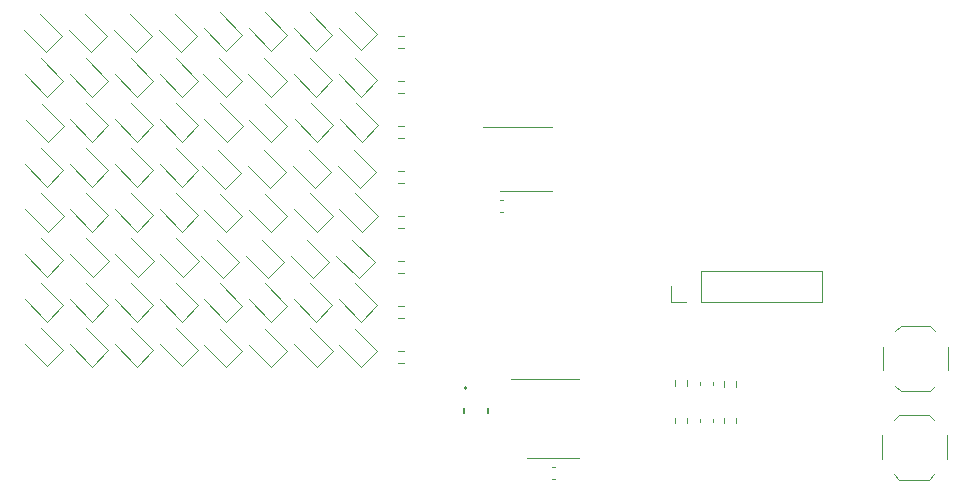
<source format=gbr>
%TF.GenerationSoftware,KiCad,Pcbnew,7.0.7*%
%TF.CreationDate,2025-03-26T12:31:57-04:00*%
%TF.ProjectId,stm_business_card2,73746d5f-6275-4736-996e-6573735f6361,rev?*%
%TF.SameCoordinates,Original*%
%TF.FileFunction,Legend,Top*%
%TF.FilePolarity,Positive*%
%FSLAX46Y46*%
G04 Gerber Fmt 4.6, Leading zero omitted, Abs format (unit mm)*
G04 Created by KiCad (PCBNEW 7.0.7) date 2025-03-26 12:31:57*
%MOMM*%
%LPD*%
G01*
G04 APERTURE LIST*
%ADD10C,0.120000*%
%ADD11C,0.127000*%
%ADD12C,0.200000*%
G04 APERTURE END LIST*
D10*
%TO.C,D20*%
X48518652Y-41494297D02*
X49876297Y-40136652D01*
X49876297Y-40136652D02*
X47977716Y-38238071D01*
X46620071Y-39595716D02*
X48518652Y-41494297D01*
%TO.C,D28*%
X44708652Y-41494297D02*
X46066297Y-40136652D01*
X46066297Y-40136652D02*
X44167716Y-38238071D01*
X42810071Y-39595716D02*
X44708652Y-41494297D01*
%TO.C,D60*%
X29567739Y-30036384D02*
X30925384Y-28678739D01*
X30925384Y-28678739D02*
X29026803Y-26780158D01*
X27669158Y-28137803D02*
X29567739Y-30036384D01*
%TO.C,D61*%
X40898652Y-26254297D02*
X42256297Y-24896652D01*
X42256297Y-24896652D02*
X40357716Y-22998071D01*
X39000071Y-24355716D02*
X40898652Y-26254297D01*
%TO.C,D58*%
X37187739Y-30036384D02*
X38545384Y-28678739D01*
X38545384Y-28678739D02*
X36646803Y-26780158D01*
X35289158Y-28137803D02*
X37187739Y-30036384D01*
%TO.C,D46*%
X37187740Y-41438471D02*
X38545385Y-40080826D01*
X38545385Y-40080826D02*
X36646804Y-38182245D01*
X35289159Y-39539890D02*
X37187740Y-41438471D01*
%TO.C,D64*%
X29468652Y-26254297D02*
X30826297Y-24896652D01*
X30826297Y-24896652D02*
X28927716Y-22998071D01*
X27570071Y-24355716D02*
X29468652Y-26254297D01*
%TO.C,D41*%
X41025653Y-45276384D02*
X42383298Y-43918739D01*
X42383298Y-43918739D02*
X40484717Y-42020158D01*
X39127072Y-43377803D02*
X41025653Y-45276384D01*
%TO.C,D25*%
X44708651Y-52924297D02*
X46066296Y-51566652D01*
X46066296Y-51566652D02*
X44167715Y-49668071D01*
X42810070Y-51025716D02*
X44708651Y-52924297D01*
%TO.C,D35*%
X33377739Y-52868471D02*
X34735384Y-51510826D01*
X34735384Y-51510826D02*
X32836803Y-49612245D01*
X31479158Y-50969890D02*
X33377739Y-52868471D01*
%TO.C,D16*%
X52300738Y-26127297D02*
X53658383Y-24769652D01*
X53658383Y-24769652D02*
X51759802Y-22871071D01*
X50402157Y-24228716D02*
X52300738Y-26127297D01*
%TO.C,D14*%
X52384478Y-33818471D02*
X53742123Y-32460826D01*
X53742123Y-32460826D02*
X51843542Y-30562245D01*
X50485897Y-31919890D02*
X52384478Y-33818471D01*
%TO.C,D1*%
X56138652Y-52924297D02*
X57496297Y-51566652D01*
X57496297Y-51566652D02*
X55597716Y-49668071D01*
X54240071Y-51025716D02*
X56138652Y-52924297D01*
D11*
%TO.C,Y1*%
X66836800Y-56370200D02*
X66836800Y-56812200D01*
X64836800Y-56370200D02*
X64836800Y-56812200D01*
D12*
X65086800Y-54691200D02*
G75*
G03*
X65086800Y-54691200I-100000J0D01*
G01*
D10*
%TO.C,D3*%
X55912565Y-45375471D02*
X57270210Y-44017826D01*
X57270210Y-44017826D02*
X55371629Y-42119245D01*
X54013984Y-43476890D02*
X55912565Y-45375471D01*
%TO.C,D21*%
X48419565Y-37783384D02*
X49777210Y-36425739D01*
X49777210Y-36425739D02*
X47878629Y-34527158D01*
X46520984Y-35884803D02*
X48419565Y-37783384D01*
%TO.C,D52*%
X29567740Y-37628471D02*
X30925385Y-36270826D01*
X30925385Y-36270826D02*
X29026804Y-34372245D01*
X27669159Y-35729890D02*
X29567740Y-37628471D01*
%TO.C,D34*%
X37187739Y-52868471D02*
X38545384Y-51510826D01*
X38545384Y-51510826D02*
X36646803Y-49612245D01*
X35289158Y-50969890D02*
X37187739Y-52868471D01*
%TO.C,D37*%
X40997740Y-49058471D02*
X42355385Y-47700826D01*
X42355385Y-47700826D02*
X40456804Y-45802245D01*
X39099159Y-47159890D02*
X40997740Y-49058471D01*
%TO.C,D18*%
X48490739Y-49086384D02*
X49848384Y-47728739D01*
X49848384Y-47728739D02*
X47949803Y-45830158D01*
X46592158Y-47187803D02*
X48490739Y-49086384D01*
%TO.C,D39*%
X33377740Y-49058471D02*
X34735385Y-47700826D01*
X34735385Y-47700826D02*
X32836804Y-45802245D01*
X31479159Y-47159890D02*
X33377740Y-49058471D01*
%TO.C,D10*%
X52328652Y-49058471D02*
X53686297Y-47700826D01*
X53686297Y-47700826D02*
X51787716Y-45802245D01*
X50430071Y-47159890D02*
X52328652Y-49058471D01*
%TO.C,D29*%
X44581652Y-37811297D02*
X45939297Y-36453652D01*
X45939297Y-36453652D02*
X44040716Y-34555071D01*
X42683071Y-35912716D02*
X44581652Y-37811297D01*
%TO.C,SW2*%
X100196200Y-58690000D02*
X100196200Y-60690000D01*
X101246200Y-57390000D02*
X101696200Y-56940000D01*
X101246200Y-61990000D02*
X101696200Y-62440000D01*
X101696200Y-56940000D02*
X104196200Y-56940000D01*
X101696200Y-62440000D02*
X104196200Y-62440000D01*
X104646200Y-57390000D02*
X104196200Y-56940000D01*
X104646200Y-61990000D02*
X104196200Y-62440000D01*
X105696200Y-58690000D02*
X105696200Y-60690000D01*
%TO.C,D32*%
X44680738Y-26127297D02*
X46038383Y-24769652D01*
X46038383Y-24769652D02*
X44139802Y-22871071D01*
X42782157Y-24228716D02*
X44680738Y-26127297D01*
%TO.C,R4*%
X59262742Y-43927500D02*
X59737258Y-43927500D01*
X59262742Y-44972500D02*
X59737258Y-44972500D01*
%TO.C,J2*%
X82337600Y-47405600D02*
X82337600Y-46075600D01*
X83667600Y-47405600D02*
X82337600Y-47405600D01*
X84937600Y-47405600D02*
X95157600Y-47405600D01*
X84937600Y-47405600D02*
X84937600Y-44745600D01*
X95157600Y-47405600D02*
X95157600Y-44745600D01*
X84937600Y-44745600D02*
X95157600Y-44745600D01*
%TO.C,D19*%
X48264652Y-45403384D02*
X49622297Y-44045739D01*
X49622297Y-44045739D02*
X47723716Y-42147158D01*
X46366071Y-43504803D02*
X48264652Y-45403384D01*
%TO.C,D50*%
X37187740Y-37628471D02*
X38545385Y-36270826D01*
X38545385Y-36270826D02*
X36646804Y-34372245D01*
X35289159Y-35729890D02*
X37187740Y-37628471D01*
%TO.C,D59*%
X33377739Y-30036384D02*
X34735384Y-28678739D01*
X34735384Y-28678739D02*
X32836803Y-26780158D01*
X31479158Y-28137803D02*
X33377739Y-30036384D01*
%TO.C,C1*%
X72249420Y-61364400D02*
X72530580Y-61364400D01*
X72249420Y-62384400D02*
X72530580Y-62384400D01*
%TO.C,D17*%
X48518651Y-52924297D02*
X49876296Y-51566652D01*
X49876296Y-51566652D02*
X47977715Y-49668071D01*
X46620070Y-51025716D02*
X48518651Y-52924297D01*
%TO.C,U1*%
X72407700Y-53886800D02*
X68807700Y-53886800D01*
X72407700Y-53886800D02*
X74607700Y-53886800D01*
X72407700Y-60656800D02*
X70207700Y-60656800D01*
X72407700Y-60656800D02*
X74607700Y-60656800D01*
%TO.C,D38*%
X37187740Y-49058471D02*
X38545385Y-47700826D01*
X38545385Y-47700826D02*
X36646804Y-45802245D01*
X35289159Y-47159890D02*
X37187740Y-49058471D01*
%TO.C,R12*%
X87873100Y-54094142D02*
X87873100Y-54568658D01*
X86828100Y-54094142D02*
X86828100Y-54568658D01*
%TO.C,D48*%
X29595653Y-41466384D02*
X30953298Y-40108739D01*
X30953298Y-40108739D02*
X29054717Y-38210158D01*
X27697072Y-39567803D02*
X29595653Y-41466384D01*
%TO.C,R1*%
X86853500Y-57667458D02*
X86853500Y-57192942D01*
X87898500Y-57667458D02*
X87898500Y-57192942D01*
%TO.C,D40*%
X29567740Y-49058471D02*
X30925385Y-47700826D01*
X30925385Y-47700826D02*
X29026804Y-45802245D01*
X27669159Y-47159890D02*
X29567740Y-49058471D01*
%TO.C,D45*%
X40997740Y-41438471D02*
X42355385Y-40080826D01*
X42355385Y-40080826D02*
X40456804Y-38182245D01*
X39099159Y-39539890D02*
X40997740Y-41438471D01*
%TO.C,D57*%
X40997739Y-30036384D02*
X42355384Y-28678739D01*
X42355384Y-28678739D02*
X40456803Y-26780158D01*
X39099158Y-28137803D02*
X40997739Y-30036384D01*
%TO.C,D23*%
X48462825Y-30036384D02*
X49820470Y-28678739D01*
X49820470Y-28678739D02*
X47921889Y-26780158D01*
X46564244Y-28137803D02*
X48462825Y-30036384D01*
%TO.C,D44*%
X29567740Y-45248471D02*
X30925385Y-43890826D01*
X30925385Y-43890826D02*
X29026804Y-41992245D01*
X27669159Y-43349890D02*
X29567740Y-45248471D01*
%TO.C,D30*%
X44736565Y-33846384D02*
X46094210Y-32488739D01*
X46094210Y-32488739D02*
X44195629Y-30590158D01*
X42837984Y-31947803D02*
X44736565Y-33846384D01*
%TO.C,D11*%
X52074652Y-45403384D02*
X53432297Y-44045739D01*
X53432297Y-44045739D02*
X51533716Y-42147158D01*
X50176071Y-43504803D02*
X52074652Y-45403384D01*
%TO.C,D51*%
X33377740Y-37628471D02*
X34735385Y-36270826D01*
X34735385Y-36270826D02*
X32836804Y-34372245D01*
X31479159Y-35729890D02*
X33377740Y-37628471D01*
%TO.C,R7*%
X59262742Y-32497500D02*
X59737258Y-32497500D01*
X59262742Y-33542500D02*
X59737258Y-33542500D01*
%TO.C,R6*%
X59262742Y-36307500D02*
X59737258Y-36307500D01*
X59262742Y-37352500D02*
X59737258Y-37352500D01*
%TO.C,D13*%
X52257478Y-37755471D02*
X53615123Y-36397826D01*
X53615123Y-36397826D02*
X51716542Y-34499245D01*
X50358897Y-35856890D02*
X52257478Y-37755471D01*
%TO.C,D7*%
X56110739Y-30008471D02*
X57468384Y-28650826D01*
X57468384Y-28650826D02*
X55569803Y-26752245D01*
X54212158Y-28109890D02*
X56110739Y-30008471D01*
%TO.C,D22*%
X48518652Y-33874297D02*
X49876297Y-32516652D01*
X49876297Y-32516652D02*
X47977716Y-30618071D01*
X46620071Y-31975716D02*
X48518652Y-33874297D01*
%TO.C,R10*%
X83707500Y-54030142D02*
X83707500Y-54504658D01*
X82662500Y-54030142D02*
X82662500Y-54504658D01*
%TO.C,D42*%
X37215653Y-45276384D02*
X38573298Y-43918739D01*
X38573298Y-43918739D02*
X36674717Y-42020158D01*
X35317072Y-43377803D02*
X37215653Y-45276384D01*
%TO.C,U3*%
X70053200Y-32571000D02*
X66453200Y-32571000D01*
X70053200Y-32571000D02*
X72253200Y-32571000D01*
X70053200Y-38041000D02*
X67853200Y-38041000D01*
X70053200Y-38041000D02*
X72253200Y-38041000D01*
%TO.C,D15*%
X52300738Y-30008471D02*
X53658383Y-28650826D01*
X53658383Y-28650826D02*
X51759802Y-26752245D01*
X50402157Y-28109890D02*
X52300738Y-30008471D01*
%TO.C,D12*%
X52356565Y-41466384D02*
X53714210Y-40108739D01*
X53714210Y-40108739D02*
X51815629Y-38210158D01*
X50457984Y-39567803D02*
X52356565Y-41466384D01*
%TO.C,D2*%
X56138652Y-49058471D02*
X57496297Y-47700826D01*
X57496297Y-47700826D02*
X55597716Y-45802245D01*
X54240071Y-47159890D02*
X56138652Y-49058471D01*
%TO.C,D43*%
X33405653Y-45276384D02*
X34763298Y-43918739D01*
X34763298Y-43918739D02*
X32864717Y-42020158D01*
X31507072Y-43377803D02*
X33405653Y-45276384D01*
%TO.C,D62*%
X37088652Y-26254297D02*
X38446297Y-24896652D01*
X38446297Y-24896652D02*
X36547716Y-22998071D01*
X35190071Y-24355716D02*
X37088652Y-26254297D01*
%TO.C,R11*%
X82687900Y-57679658D02*
X82687900Y-57205142D01*
X83732900Y-57679658D02*
X83732900Y-57205142D01*
%TO.C,D53*%
X40997740Y-33818471D02*
X42355385Y-32460826D01*
X42355385Y-32460826D02*
X40456804Y-30562245D01*
X39099159Y-31919890D02*
X40997740Y-33818471D01*
%TO.C,R8*%
X59262742Y-28687500D02*
X59737258Y-28687500D01*
X59262742Y-29732500D02*
X59737258Y-29732500D01*
%TO.C,D33*%
X40969826Y-52840558D02*
X42327471Y-51482913D01*
X42327471Y-51482913D02*
X40428890Y-49584332D01*
X39071245Y-50941977D02*
X40969826Y-52840558D01*
%TO.C,D47*%
X33377740Y-41438471D02*
X34735385Y-40080826D01*
X34735385Y-40080826D02*
X32836804Y-38182245D01*
X31479159Y-39539890D02*
X33377740Y-41438471D01*
%TO.C,SW1*%
X105797800Y-53197000D02*
X105797800Y-51197000D01*
X104747800Y-54497000D02*
X104297800Y-54947000D01*
X104747800Y-49897000D02*
X104297800Y-49447000D01*
X104297800Y-54947000D02*
X101797800Y-54947000D01*
X104297800Y-49447000D02*
X101797800Y-49447000D01*
X101347800Y-54497000D02*
X101797800Y-54947000D01*
X101347800Y-49897000D02*
X101797800Y-49447000D01*
X100297800Y-53197000D02*
X100297800Y-51197000D01*
%TO.C,D54*%
X37187740Y-33818471D02*
X38545385Y-32460826D01*
X38545385Y-32460826D02*
X36646804Y-30562245D01*
X35289159Y-31919890D02*
X37187740Y-33818471D01*
%TO.C,C4*%
X84859400Y-54458780D02*
X84859400Y-54177620D01*
X85879400Y-54458780D02*
X85879400Y-54177620D01*
%TO.C,D26*%
X44680739Y-49086384D02*
X46038384Y-47728739D01*
X46038384Y-47728739D02*
X44139803Y-45830158D01*
X42782158Y-47187803D02*
X44680739Y-49086384D01*
%TO.C,D31*%
X44652825Y-30036384D02*
X46010470Y-28678739D01*
X46010470Y-28678739D02*
X44111889Y-26780158D01*
X42754244Y-28137803D02*
X44652825Y-30036384D01*
%TO.C,C2*%
X68161780Y-39829200D02*
X67880620Y-39829200D01*
X68161780Y-38809200D02*
X67880620Y-38809200D01*
%TO.C,R3*%
X59262742Y-47737500D02*
X59737258Y-47737500D01*
X59262742Y-48782500D02*
X59737258Y-48782500D01*
%TO.C,D24*%
X48490738Y-26127297D02*
X49848383Y-24769652D01*
X49848383Y-24769652D02*
X47949802Y-22871071D01*
X46592157Y-24228716D02*
X48490738Y-26127297D01*
%TO.C,D36*%
X29539826Y-52840558D02*
X30897471Y-51482913D01*
X30897471Y-51482913D02*
X28998890Y-49584332D01*
X27641245Y-50941977D02*
X29539826Y-52840558D01*
%TO.C,D4*%
X56166565Y-41466384D02*
X57524210Y-40108739D01*
X57524210Y-40108739D02*
X55625629Y-38210158D01*
X54267984Y-39567803D02*
X56166565Y-41466384D01*
%TO.C,D56*%
X29623566Y-33874297D02*
X30981211Y-32516652D01*
X30981211Y-32516652D02*
X29082630Y-30618071D01*
X27724985Y-31975716D02*
X29623566Y-33874297D01*
%TO.C,C3*%
X85879400Y-57276420D02*
X85879400Y-57557580D01*
X84859400Y-57276420D02*
X84859400Y-57557580D01*
%TO.C,R9*%
X59262742Y-24877500D02*
X59737258Y-24877500D01*
X59262742Y-25922500D02*
X59737258Y-25922500D01*
%TO.C,R2*%
X59262742Y-51547500D02*
X59737258Y-51547500D01*
X59262742Y-52592500D02*
X59737258Y-52592500D01*
%TO.C,D27*%
X44454652Y-45403384D02*
X45812297Y-44045739D01*
X45812297Y-44045739D02*
X43913716Y-42147158D01*
X42556071Y-43504803D02*
X44454652Y-45403384D01*
%TO.C,D55*%
X33377740Y-33818471D02*
X34735385Y-32460826D01*
X34735385Y-32460826D02*
X32836804Y-30562245D01*
X31479159Y-31919890D02*
X33377740Y-33818471D01*
%TO.C,D5*%
X56067478Y-37755471D02*
X57425123Y-36397826D01*
X57425123Y-36397826D02*
X55526542Y-34499245D01*
X54168897Y-35856890D02*
X56067478Y-37755471D01*
%TO.C,D63*%
X33278652Y-26254297D02*
X34636297Y-24896652D01*
X34636297Y-24896652D02*
X32737716Y-22998071D01*
X31380071Y-24355716D02*
X33278652Y-26254297D01*
%TO.C,R5*%
X59262742Y-40117500D02*
X59737258Y-40117500D01*
X59262742Y-41162500D02*
X59737258Y-41162500D01*
%TO.C,D9*%
X52356565Y-52896384D02*
X53714210Y-51538739D01*
X53714210Y-51538739D02*
X51815629Y-49640158D01*
X50457984Y-50997803D02*
X52356565Y-52896384D01*
%TO.C,D6*%
X56194478Y-33818471D02*
X57552123Y-32460826D01*
X57552123Y-32460826D02*
X55653542Y-30562245D01*
X54295897Y-31919890D02*
X56194478Y-33818471D01*
%TO.C,D49*%
X40997740Y-37628471D02*
X42355385Y-36270826D01*
X42355385Y-36270826D02*
X40456804Y-34372245D01*
X39099159Y-35729890D02*
X40997740Y-37628471D01*
%TO.C,D8*%
X56138651Y-26099384D02*
X57496296Y-24741739D01*
X57496296Y-24741739D02*
X55597715Y-22843158D01*
X54240070Y-24200803D02*
X56138651Y-26099384D01*
%TD*%
M02*

</source>
